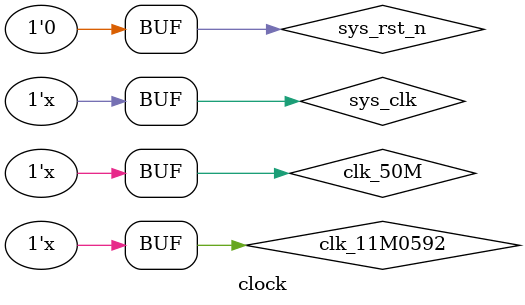
<source format=v>
`timescale 1ps / 1ps

module clock(
);

    reg sys_rst_n;
    reg sys_clk ;
    reg clk_50M;         //50MHz Ê±ÖÓÊäÈë
    reg clk_11M0592;       //11.0592MHz Ê±ÖÓÊäÈë
    
    initial 
    begin
        sys_rst_n = 1;
        sys_clk = 0;
        clk_50M = 1;
        clk_11M0592 = 1;
        #200 sys_rst_n = 1'b0;
    end

    always #20000 clk_50M <= ~clk_50M;
    always #90000 clk_11M0592 <= ~clk_11M0592;
    always #20 sys_clk <= ~sys_clk;

    thinpad_top test(.clock_btn(sys_clk),.reset_btn(sys_rst_n),.clk_50M(clk_50M),.clk_11M0592(clk_11M0592));

endmodule

</source>
